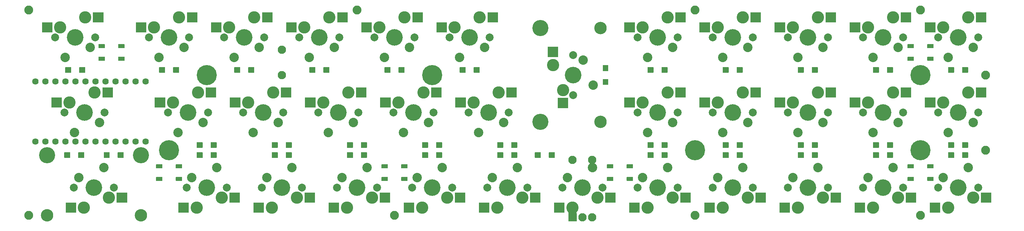
<source format=gbs>
G04 #@! TF.GenerationSoftware,KiCad,Pcbnew,(5.1.9-0-10_14)*
G04 #@! TF.CreationDate,2021-08-28T22:47:01+09:00*
G04 #@! TF.ProjectId,kbd-template,6b62642d-7465-46d7-906c-6174652e6b69,rev?*
G04 #@! TF.SameCoordinates,Original*
G04 #@! TF.FileFunction,Soldermask,Bot*
G04 #@! TF.FilePolarity,Negative*
%FSLAX46Y46*%
G04 Gerber Fmt 4.6, Leading zero omitted, Abs format (unit mm)*
G04 Created by KiCad (PCBNEW (5.1.9-0-10_14)) date 2021-08-28 22:47:01*
%MOMM*%
%LPD*%
G01*
G04 APERTURE LIST*
%ADD10C,2.252000*%
%ADD11C,5.102000*%
%ADD12C,3.150000*%
%ADD13C,4.089800*%
%ADD14C,2.388000*%
%ADD15C,3.102000*%
%ADD16C,2.002000*%
%ADD17C,4.202000*%
%ADD18C,2.102000*%
%ADD19C,1.626000*%
%ADD20C,0.100000*%
G04 APERTURE END LIST*
D10*
X161925000Y-45085000D03*
X161925000Y6985000D03*
X85725000Y-45085000D03*
X76200000Y6985000D03*
X219075000Y-45085000D03*
X235585000Y-28575000D03*
X235585000Y-9525000D03*
X219075000Y6985000D03*
X-6985000Y6985000D03*
X-6985000Y-45085000D03*
D11*
X219075000Y-28575000D03*
X219075000Y-9525000D03*
X161925000Y-28575000D03*
X95250000Y-9525000D03*
X38100000Y-9525000D03*
X28575000Y-28580000D03*
D12*
X137953000Y2375000D03*
X137953000Y-21425000D03*
D13*
X122713000Y2375000D03*
X122713000Y-21425000D03*
D12*
X21425000Y-45085000D03*
X-2375000Y-45085000D03*
D13*
X21425000Y-29845000D03*
X-2375000Y-29845000D03*
D14*
X12065000Y-33020000D03*
X5715000Y-35560000D03*
D15*
X6985000Y-43180000D03*
X13335000Y-40640000D03*
G36*
G01*
X2357000Y-44430000D02*
X2357000Y-41930000D01*
G75*
G02*
X2408000Y-41879000I51000J0D01*
G01*
X4958000Y-41879000D01*
G75*
G02*
X5009000Y-41930000I0J-51000D01*
G01*
X5009000Y-44430000D01*
G75*
G02*
X4958000Y-44481000I-51000J0D01*
G01*
X2408000Y-44481000D01*
G75*
G02*
X2357000Y-44430000I0J51000D01*
G01*
G37*
D16*
X14605000Y-38100000D03*
X4445000Y-38100000D03*
D17*
X9525000Y-38100000D03*
G36*
G01*
X15284000Y-41890000D02*
X15284000Y-39390000D01*
G75*
G02*
X15335000Y-39339000I51000J0D01*
G01*
X17885000Y-39339000D01*
G75*
G02*
X17936000Y-39390000I0J-51000D01*
G01*
X17936000Y-41890000D01*
G75*
G02*
X17885000Y-41941000I-51000J0D01*
G01*
X15335000Y-41941000D01*
G75*
G02*
X15284000Y-41890000I0J51000D01*
G01*
G37*
D14*
X4604000Y-24130000D03*
X10954000Y-21590000D03*
D15*
X9684000Y-13970000D03*
X3334000Y-16510000D03*
G36*
G01*
X14312000Y-12720000D02*
X14312000Y-15220000D01*
G75*
G02*
X14261000Y-15271000I-51000J0D01*
G01*
X11711000Y-15271000D01*
G75*
G02*
X11660000Y-15220000I0J51000D01*
G01*
X11660000Y-12720000D01*
G75*
G02*
X11711000Y-12669000I51000J0D01*
G01*
X14261000Y-12669000D01*
G75*
G02*
X14312000Y-12720000I0J-51000D01*
G01*
G37*
D16*
X2064000Y-19050000D03*
X12224000Y-19050000D03*
D17*
X7144000Y-19050000D03*
G36*
G01*
X1385000Y-15260000D02*
X1385000Y-17760000D01*
G75*
G02*
X1334000Y-17811000I-51000J0D01*
G01*
X-1216000Y-17811000D01*
G75*
G02*
X-1267000Y-17760000I0J51000D01*
G01*
X-1267000Y-15260000D01*
G75*
G02*
X-1216000Y-15209000I51000J0D01*
G01*
X1334000Y-15209000D01*
G75*
G02*
X1385000Y-15260000I0J-51000D01*
G01*
G37*
D14*
X2223000Y-5080000D03*
X8573000Y-2540000D03*
D15*
X7303000Y5080000D03*
X953000Y2540000D03*
G36*
G01*
X11931000Y6330000D02*
X11931000Y3830000D01*
G75*
G02*
X11880000Y3779000I-51000J0D01*
G01*
X9330000Y3779000D01*
G75*
G02*
X9279000Y3830000I0J51000D01*
G01*
X9279000Y6330000D01*
G75*
G02*
X9330000Y6381000I51000J0D01*
G01*
X11880000Y6381000D01*
G75*
G02*
X11931000Y6330000I0J-51000D01*
G01*
G37*
D16*
X-317000Y0D03*
X9843000Y0D03*
D17*
X4763000Y0D03*
G36*
G01*
X-996000Y3790000D02*
X-996000Y1290000D01*
G75*
G02*
X-1047000Y1239000I-51000J0D01*
G01*
X-3597000Y1239000D01*
G75*
G02*
X-3648000Y1290000I0J51000D01*
G01*
X-3648000Y3790000D01*
G75*
G02*
X-3597000Y3841000I51000J0D01*
G01*
X-1047000Y3841000D01*
G75*
G02*
X-996000Y3790000I0J-51000D01*
G01*
G37*
D14*
X26035000Y-5080000D03*
X32385000Y-2540000D03*
D15*
X31115000Y5080000D03*
X24765000Y2540000D03*
G36*
G01*
X35743000Y6330000D02*
X35743000Y3830000D01*
G75*
G02*
X35692000Y3779000I-51000J0D01*
G01*
X33142000Y3779000D01*
G75*
G02*
X33091000Y3830000I0J51000D01*
G01*
X33091000Y6330000D01*
G75*
G02*
X33142000Y6381000I51000J0D01*
G01*
X35692000Y6381000D01*
G75*
G02*
X35743000Y6330000I0J-51000D01*
G01*
G37*
D16*
X23495000Y0D03*
X33655000Y0D03*
D17*
X28575000Y0D03*
G36*
G01*
X22816000Y3790000D02*
X22816000Y1290000D01*
G75*
G02*
X22765000Y1239000I-51000J0D01*
G01*
X20215000Y1239000D01*
G75*
G02*
X20164000Y1290000I0J51000D01*
G01*
X20164000Y3790000D01*
G75*
G02*
X20215000Y3841000I51000J0D01*
G01*
X22765000Y3841000D01*
G75*
G02*
X22816000Y3790000I0J-51000D01*
G01*
G37*
D14*
X45085000Y-5080000D03*
X51435000Y-2540000D03*
D15*
X50165000Y5080000D03*
X43815000Y2540000D03*
G36*
G01*
X54793000Y6330000D02*
X54793000Y3830000D01*
G75*
G02*
X54742000Y3779000I-51000J0D01*
G01*
X52192000Y3779000D01*
G75*
G02*
X52141000Y3830000I0J51000D01*
G01*
X52141000Y6330000D01*
G75*
G02*
X52192000Y6381000I51000J0D01*
G01*
X54742000Y6381000D01*
G75*
G02*
X54793000Y6330000I0J-51000D01*
G01*
G37*
D16*
X42545000Y0D03*
X52705000Y0D03*
D17*
X47625000Y0D03*
G36*
G01*
X41866000Y3790000D02*
X41866000Y1290000D01*
G75*
G02*
X41815000Y1239000I-51000J0D01*
G01*
X39265000Y1239000D01*
G75*
G02*
X39214000Y1290000I0J51000D01*
G01*
X39214000Y3790000D01*
G75*
G02*
X39265000Y3841000I51000J0D01*
G01*
X41815000Y3841000D01*
G75*
G02*
X41866000Y3790000I0J-51000D01*
G01*
G37*
D14*
X64135000Y-5080000D03*
X70485000Y-2540000D03*
D15*
X69215000Y5080000D03*
X62865000Y2540000D03*
G36*
G01*
X73843000Y6330000D02*
X73843000Y3830000D01*
G75*
G02*
X73792000Y3779000I-51000J0D01*
G01*
X71242000Y3779000D01*
G75*
G02*
X71191000Y3830000I0J51000D01*
G01*
X71191000Y6330000D01*
G75*
G02*
X71242000Y6381000I51000J0D01*
G01*
X73792000Y6381000D01*
G75*
G02*
X73843000Y6330000I0J-51000D01*
G01*
G37*
D16*
X61595000Y0D03*
X71755000Y0D03*
D17*
X66675000Y0D03*
G36*
G01*
X60916000Y3790000D02*
X60916000Y1290000D01*
G75*
G02*
X60865000Y1239000I-51000J0D01*
G01*
X58315000Y1239000D01*
G75*
G02*
X58264000Y1290000I0J51000D01*
G01*
X58264000Y3790000D01*
G75*
G02*
X58315000Y3841000I51000J0D01*
G01*
X60865000Y3841000D01*
G75*
G02*
X60916000Y3790000I0J-51000D01*
G01*
G37*
D14*
X83185000Y-5080000D03*
X89535000Y-2540000D03*
D15*
X88265000Y5080000D03*
X81915000Y2540000D03*
G36*
G01*
X92893000Y6330000D02*
X92893000Y3830000D01*
G75*
G02*
X92842000Y3779000I-51000J0D01*
G01*
X90292000Y3779000D01*
G75*
G02*
X90241000Y3830000I0J51000D01*
G01*
X90241000Y6330000D01*
G75*
G02*
X90292000Y6381000I51000J0D01*
G01*
X92842000Y6381000D01*
G75*
G02*
X92893000Y6330000I0J-51000D01*
G01*
G37*
D16*
X80645000Y0D03*
X90805000Y0D03*
D17*
X85725000Y0D03*
G36*
G01*
X79966000Y3790000D02*
X79966000Y1290000D01*
G75*
G02*
X79915000Y1239000I-51000J0D01*
G01*
X77365000Y1239000D01*
G75*
G02*
X77314000Y1290000I0J51000D01*
G01*
X77314000Y3790000D01*
G75*
G02*
X77365000Y3841000I51000J0D01*
G01*
X79915000Y3841000D01*
G75*
G02*
X79966000Y3790000I0J-51000D01*
G01*
G37*
D14*
X102235000Y-5080000D03*
X108585000Y-2540000D03*
D15*
X107315000Y5080000D03*
X100965000Y2540000D03*
G36*
G01*
X111943000Y6330000D02*
X111943000Y3830000D01*
G75*
G02*
X111892000Y3779000I-51000J0D01*
G01*
X109342000Y3779000D01*
G75*
G02*
X109291000Y3830000I0J51000D01*
G01*
X109291000Y6330000D01*
G75*
G02*
X109342000Y6381000I51000J0D01*
G01*
X111892000Y6381000D01*
G75*
G02*
X111943000Y6330000I0J-51000D01*
G01*
G37*
D16*
X99695000Y0D03*
X109855000Y0D03*
D17*
X104775000Y0D03*
G36*
G01*
X99016000Y3790000D02*
X99016000Y1290000D01*
G75*
G02*
X98965000Y1239000I-51000J0D01*
G01*
X96415000Y1239000D01*
G75*
G02*
X96364000Y1290000I0J51000D01*
G01*
X96364000Y3790000D01*
G75*
G02*
X96415000Y3841000I51000J0D01*
G01*
X98965000Y3841000D01*
G75*
G02*
X99016000Y3790000I0J-51000D01*
G01*
G37*
D14*
X149860000Y-5080000D03*
X156210000Y-2540000D03*
D15*
X154940000Y5080000D03*
X148590000Y2540000D03*
G36*
G01*
X159568000Y6330000D02*
X159568000Y3830000D01*
G75*
G02*
X159517000Y3779000I-51000J0D01*
G01*
X156967000Y3779000D01*
G75*
G02*
X156916000Y3830000I0J51000D01*
G01*
X156916000Y6330000D01*
G75*
G02*
X156967000Y6381000I51000J0D01*
G01*
X159517000Y6381000D01*
G75*
G02*
X159568000Y6330000I0J-51000D01*
G01*
G37*
D16*
X147320000Y0D03*
X157480000Y0D03*
D17*
X152400000Y0D03*
G36*
G01*
X146641000Y3790000D02*
X146641000Y1290000D01*
G75*
G02*
X146590000Y1239000I-51000J0D01*
G01*
X144040000Y1239000D01*
G75*
G02*
X143989000Y1290000I0J51000D01*
G01*
X143989000Y3790000D01*
G75*
G02*
X144040000Y3841000I51000J0D01*
G01*
X146590000Y3841000D01*
G75*
G02*
X146641000Y3790000I0J-51000D01*
G01*
G37*
D14*
X168910000Y-5080000D03*
X175260000Y-2540000D03*
D15*
X173990000Y5080000D03*
X167640000Y2540000D03*
G36*
G01*
X178618000Y6330000D02*
X178618000Y3830000D01*
G75*
G02*
X178567000Y3779000I-51000J0D01*
G01*
X176017000Y3779000D01*
G75*
G02*
X175966000Y3830000I0J51000D01*
G01*
X175966000Y6330000D01*
G75*
G02*
X176017000Y6381000I51000J0D01*
G01*
X178567000Y6381000D01*
G75*
G02*
X178618000Y6330000I0J-51000D01*
G01*
G37*
D16*
X166370000Y0D03*
X176530000Y0D03*
D17*
X171450000Y0D03*
G36*
G01*
X165691000Y3790000D02*
X165691000Y1290000D01*
G75*
G02*
X165640000Y1239000I-51000J0D01*
G01*
X163090000Y1239000D01*
G75*
G02*
X163039000Y1290000I0J51000D01*
G01*
X163039000Y3790000D01*
G75*
G02*
X163090000Y3841000I51000J0D01*
G01*
X165640000Y3841000D01*
G75*
G02*
X165691000Y3790000I0J-51000D01*
G01*
G37*
D14*
X187960000Y-5080000D03*
X194310000Y-2540000D03*
D15*
X193040000Y5080000D03*
X186690000Y2540000D03*
G36*
G01*
X197668000Y6330000D02*
X197668000Y3830000D01*
G75*
G02*
X197617000Y3779000I-51000J0D01*
G01*
X195067000Y3779000D01*
G75*
G02*
X195016000Y3830000I0J51000D01*
G01*
X195016000Y6330000D01*
G75*
G02*
X195067000Y6381000I51000J0D01*
G01*
X197617000Y6381000D01*
G75*
G02*
X197668000Y6330000I0J-51000D01*
G01*
G37*
D16*
X185420000Y0D03*
X195580000Y0D03*
D17*
X190500000Y0D03*
G36*
G01*
X184741000Y3790000D02*
X184741000Y1290000D01*
G75*
G02*
X184690000Y1239000I-51000J0D01*
G01*
X182140000Y1239000D01*
G75*
G02*
X182089000Y1290000I0J51000D01*
G01*
X182089000Y3790000D01*
G75*
G02*
X182140000Y3841000I51000J0D01*
G01*
X184690000Y3841000D01*
G75*
G02*
X184741000Y3790000I0J-51000D01*
G01*
G37*
D14*
X207010000Y-5080000D03*
X213360000Y-2540000D03*
D15*
X212090000Y5080000D03*
X205740000Y2540000D03*
G36*
G01*
X216718000Y6330000D02*
X216718000Y3830000D01*
G75*
G02*
X216667000Y3779000I-51000J0D01*
G01*
X214117000Y3779000D01*
G75*
G02*
X214066000Y3830000I0J51000D01*
G01*
X214066000Y6330000D01*
G75*
G02*
X214117000Y6381000I51000J0D01*
G01*
X216667000Y6381000D01*
G75*
G02*
X216718000Y6330000I0J-51000D01*
G01*
G37*
D16*
X204470000Y0D03*
X214630000Y0D03*
D17*
X209550000Y0D03*
G36*
G01*
X203791000Y3790000D02*
X203791000Y1290000D01*
G75*
G02*
X203740000Y1239000I-51000J0D01*
G01*
X201190000Y1239000D01*
G75*
G02*
X201139000Y1290000I0J51000D01*
G01*
X201139000Y3790000D01*
G75*
G02*
X201190000Y3841000I51000J0D01*
G01*
X203740000Y3841000D01*
G75*
G02*
X203791000Y3790000I0J-51000D01*
G01*
G37*
D14*
X226060000Y-5080000D03*
X232410000Y-2540000D03*
D15*
X231140000Y5080000D03*
X224790000Y2540000D03*
G36*
G01*
X235768000Y6330000D02*
X235768000Y3830000D01*
G75*
G02*
X235717000Y3779000I-51000J0D01*
G01*
X233167000Y3779000D01*
G75*
G02*
X233116000Y3830000I0J51000D01*
G01*
X233116000Y6330000D01*
G75*
G02*
X233167000Y6381000I51000J0D01*
G01*
X235717000Y6381000D01*
G75*
G02*
X235768000Y6330000I0J-51000D01*
G01*
G37*
D16*
X223520000Y0D03*
X233680000Y0D03*
D17*
X228600000Y0D03*
G36*
G01*
X222841000Y3790000D02*
X222841000Y1290000D01*
G75*
G02*
X222790000Y1239000I-51000J0D01*
G01*
X220240000Y1239000D01*
G75*
G02*
X220189000Y1290000I0J51000D01*
G01*
X220189000Y3790000D01*
G75*
G02*
X220240000Y3841000I51000J0D01*
G01*
X222790000Y3841000D01*
G75*
G02*
X222841000Y3790000I0J-51000D01*
G01*
G37*
D14*
X30797500Y-24130000D03*
X37147500Y-21590000D03*
D15*
X35877500Y-13970000D03*
X29527500Y-16510000D03*
G36*
G01*
X40505500Y-12720000D02*
X40505500Y-15220000D01*
G75*
G02*
X40454500Y-15271000I-51000J0D01*
G01*
X37904500Y-15271000D01*
G75*
G02*
X37853500Y-15220000I0J51000D01*
G01*
X37853500Y-12720000D01*
G75*
G02*
X37904500Y-12669000I51000J0D01*
G01*
X40454500Y-12669000D01*
G75*
G02*
X40505500Y-12720000I0J-51000D01*
G01*
G37*
D16*
X28257500Y-19050000D03*
X38417500Y-19050000D03*
D17*
X33337500Y-19050000D03*
G36*
G01*
X27578500Y-15260000D02*
X27578500Y-17760000D01*
G75*
G02*
X27527500Y-17811000I-51000J0D01*
G01*
X24977500Y-17811000D01*
G75*
G02*
X24926500Y-17760000I0J51000D01*
G01*
X24926500Y-15260000D01*
G75*
G02*
X24977500Y-15209000I51000J0D01*
G01*
X27527500Y-15209000D01*
G75*
G02*
X27578500Y-15260000I0J-51000D01*
G01*
G37*
D14*
X49847500Y-24130000D03*
X56197500Y-21590000D03*
D15*
X54927500Y-13970000D03*
X48577500Y-16510000D03*
G36*
G01*
X59555500Y-12720000D02*
X59555500Y-15220000D01*
G75*
G02*
X59504500Y-15271000I-51000J0D01*
G01*
X56954500Y-15271000D01*
G75*
G02*
X56903500Y-15220000I0J51000D01*
G01*
X56903500Y-12720000D01*
G75*
G02*
X56954500Y-12669000I51000J0D01*
G01*
X59504500Y-12669000D01*
G75*
G02*
X59555500Y-12720000I0J-51000D01*
G01*
G37*
D16*
X47307500Y-19050000D03*
X57467500Y-19050000D03*
D17*
X52387500Y-19050000D03*
G36*
G01*
X46628500Y-15260000D02*
X46628500Y-17760000D01*
G75*
G02*
X46577500Y-17811000I-51000J0D01*
G01*
X44027500Y-17811000D01*
G75*
G02*
X43976500Y-17760000I0J51000D01*
G01*
X43976500Y-15260000D01*
G75*
G02*
X44027500Y-15209000I51000J0D01*
G01*
X46577500Y-15209000D01*
G75*
G02*
X46628500Y-15260000I0J-51000D01*
G01*
G37*
D14*
X68897500Y-24130000D03*
X75247500Y-21590000D03*
D15*
X73977500Y-13970000D03*
X67627500Y-16510000D03*
G36*
G01*
X78605500Y-12720000D02*
X78605500Y-15220000D01*
G75*
G02*
X78554500Y-15271000I-51000J0D01*
G01*
X76004500Y-15271000D01*
G75*
G02*
X75953500Y-15220000I0J51000D01*
G01*
X75953500Y-12720000D01*
G75*
G02*
X76004500Y-12669000I51000J0D01*
G01*
X78554500Y-12669000D01*
G75*
G02*
X78605500Y-12720000I0J-51000D01*
G01*
G37*
D16*
X66357500Y-19050000D03*
X76517500Y-19050000D03*
D17*
X71437500Y-19050000D03*
G36*
G01*
X65678500Y-15260000D02*
X65678500Y-17760000D01*
G75*
G02*
X65627500Y-17811000I-51000J0D01*
G01*
X63077500Y-17811000D01*
G75*
G02*
X63026500Y-17760000I0J51000D01*
G01*
X63026500Y-15260000D01*
G75*
G02*
X63077500Y-15209000I51000J0D01*
G01*
X65627500Y-15209000D01*
G75*
G02*
X65678500Y-15260000I0J-51000D01*
G01*
G37*
D14*
X87947500Y-24130000D03*
X94297500Y-21590000D03*
D15*
X93027500Y-13970000D03*
X86677500Y-16510000D03*
G36*
G01*
X97655500Y-12720000D02*
X97655500Y-15220000D01*
G75*
G02*
X97604500Y-15271000I-51000J0D01*
G01*
X95054500Y-15271000D01*
G75*
G02*
X95003500Y-15220000I0J51000D01*
G01*
X95003500Y-12720000D01*
G75*
G02*
X95054500Y-12669000I51000J0D01*
G01*
X97604500Y-12669000D01*
G75*
G02*
X97655500Y-12720000I0J-51000D01*
G01*
G37*
D16*
X85407500Y-19050000D03*
X95567500Y-19050000D03*
D17*
X90487500Y-19050000D03*
G36*
G01*
X84728500Y-15260000D02*
X84728500Y-17760000D01*
G75*
G02*
X84677500Y-17811000I-51000J0D01*
G01*
X82127500Y-17811000D01*
G75*
G02*
X82076500Y-17760000I0J51000D01*
G01*
X82076500Y-15260000D01*
G75*
G02*
X82127500Y-15209000I51000J0D01*
G01*
X84677500Y-15209000D01*
G75*
G02*
X84728500Y-15260000I0J-51000D01*
G01*
G37*
D14*
X106998000Y-24130000D03*
X113348000Y-21590000D03*
D15*
X112078000Y-13970000D03*
X105728000Y-16510000D03*
G36*
G01*
X116706000Y-12720000D02*
X116706000Y-15220000D01*
G75*
G02*
X116655000Y-15271000I-51000J0D01*
G01*
X114105000Y-15271000D01*
G75*
G02*
X114054000Y-15220000I0J51000D01*
G01*
X114054000Y-12720000D01*
G75*
G02*
X114105000Y-12669000I51000J0D01*
G01*
X116655000Y-12669000D01*
G75*
G02*
X116706000Y-12720000I0J-51000D01*
G01*
G37*
D16*
X104458000Y-19050000D03*
X114618000Y-19050000D03*
D17*
X109538000Y-19050000D03*
G36*
G01*
X103779000Y-15260000D02*
X103779000Y-17760000D01*
G75*
G02*
X103728000Y-17811000I-51000J0D01*
G01*
X101178000Y-17811000D01*
G75*
G02*
X101127000Y-17760000I0J51000D01*
G01*
X101127000Y-15260000D01*
G75*
G02*
X101178000Y-15209000I51000J0D01*
G01*
X103728000Y-15209000D01*
G75*
G02*
X103779000Y-15260000I0J-51000D01*
G01*
G37*
D14*
X149860000Y-24130000D03*
X156210000Y-21590000D03*
D15*
X154940000Y-13970000D03*
X148590000Y-16510000D03*
G36*
G01*
X159568000Y-12720000D02*
X159568000Y-15220000D01*
G75*
G02*
X159517000Y-15271000I-51000J0D01*
G01*
X156967000Y-15271000D01*
G75*
G02*
X156916000Y-15220000I0J51000D01*
G01*
X156916000Y-12720000D01*
G75*
G02*
X156967000Y-12669000I51000J0D01*
G01*
X159517000Y-12669000D01*
G75*
G02*
X159568000Y-12720000I0J-51000D01*
G01*
G37*
D16*
X147320000Y-19050000D03*
X157480000Y-19050000D03*
D17*
X152400000Y-19050000D03*
G36*
G01*
X146641000Y-15260000D02*
X146641000Y-17760000D01*
G75*
G02*
X146590000Y-17811000I-51000J0D01*
G01*
X144040000Y-17811000D01*
G75*
G02*
X143989000Y-17760000I0J51000D01*
G01*
X143989000Y-15260000D01*
G75*
G02*
X144040000Y-15209000I51000J0D01*
G01*
X146590000Y-15209000D01*
G75*
G02*
X146641000Y-15260000I0J-51000D01*
G01*
G37*
D14*
X168910000Y-24130000D03*
X175260000Y-21590000D03*
D15*
X173990000Y-13970000D03*
X167640000Y-16510000D03*
G36*
G01*
X178618000Y-12720000D02*
X178618000Y-15220000D01*
G75*
G02*
X178567000Y-15271000I-51000J0D01*
G01*
X176017000Y-15271000D01*
G75*
G02*
X175966000Y-15220000I0J51000D01*
G01*
X175966000Y-12720000D01*
G75*
G02*
X176017000Y-12669000I51000J0D01*
G01*
X178567000Y-12669000D01*
G75*
G02*
X178618000Y-12720000I0J-51000D01*
G01*
G37*
D16*
X166370000Y-19050000D03*
X176530000Y-19050000D03*
D17*
X171450000Y-19050000D03*
G36*
G01*
X165691000Y-15260000D02*
X165691000Y-17760000D01*
G75*
G02*
X165640000Y-17811000I-51000J0D01*
G01*
X163090000Y-17811000D01*
G75*
G02*
X163039000Y-17760000I0J51000D01*
G01*
X163039000Y-15260000D01*
G75*
G02*
X163090000Y-15209000I51000J0D01*
G01*
X165640000Y-15209000D01*
G75*
G02*
X165691000Y-15260000I0J-51000D01*
G01*
G37*
D14*
X187960000Y-24130000D03*
X194310000Y-21590000D03*
D15*
X193040000Y-13970000D03*
X186690000Y-16510000D03*
G36*
G01*
X197668000Y-12720000D02*
X197668000Y-15220000D01*
G75*
G02*
X197617000Y-15271000I-51000J0D01*
G01*
X195067000Y-15271000D01*
G75*
G02*
X195016000Y-15220000I0J51000D01*
G01*
X195016000Y-12720000D01*
G75*
G02*
X195067000Y-12669000I51000J0D01*
G01*
X197617000Y-12669000D01*
G75*
G02*
X197668000Y-12720000I0J-51000D01*
G01*
G37*
D16*
X185420000Y-19050000D03*
X195580000Y-19050000D03*
D17*
X190500000Y-19050000D03*
G36*
G01*
X184741000Y-15260000D02*
X184741000Y-17760000D01*
G75*
G02*
X184690000Y-17811000I-51000J0D01*
G01*
X182140000Y-17811000D01*
G75*
G02*
X182089000Y-17760000I0J51000D01*
G01*
X182089000Y-15260000D01*
G75*
G02*
X182140000Y-15209000I51000J0D01*
G01*
X184690000Y-15209000D01*
G75*
G02*
X184741000Y-15260000I0J-51000D01*
G01*
G37*
D14*
X207010000Y-24130000D03*
X213360000Y-21590000D03*
D15*
X212090000Y-13970000D03*
X205740000Y-16510000D03*
G36*
G01*
X216718000Y-12720000D02*
X216718000Y-15220000D01*
G75*
G02*
X216667000Y-15271000I-51000J0D01*
G01*
X214117000Y-15271000D01*
G75*
G02*
X214066000Y-15220000I0J51000D01*
G01*
X214066000Y-12720000D01*
G75*
G02*
X214117000Y-12669000I51000J0D01*
G01*
X216667000Y-12669000D01*
G75*
G02*
X216718000Y-12720000I0J-51000D01*
G01*
G37*
D16*
X204470000Y-19050000D03*
X214630000Y-19050000D03*
D17*
X209550000Y-19050000D03*
G36*
G01*
X203791000Y-15260000D02*
X203791000Y-17760000D01*
G75*
G02*
X203740000Y-17811000I-51000J0D01*
G01*
X201190000Y-17811000D01*
G75*
G02*
X201139000Y-17760000I0J51000D01*
G01*
X201139000Y-15260000D01*
G75*
G02*
X201190000Y-15209000I51000J0D01*
G01*
X203740000Y-15209000D01*
G75*
G02*
X203791000Y-15260000I0J-51000D01*
G01*
G37*
D14*
X226060000Y-24130000D03*
X232410000Y-21590000D03*
D15*
X231140000Y-13970000D03*
X224790000Y-16510000D03*
G36*
G01*
X235768000Y-12720000D02*
X235768000Y-15220000D01*
G75*
G02*
X235717000Y-15271000I-51000J0D01*
G01*
X233167000Y-15271000D01*
G75*
G02*
X233116000Y-15220000I0J51000D01*
G01*
X233116000Y-12720000D01*
G75*
G02*
X233167000Y-12669000I51000J0D01*
G01*
X235717000Y-12669000D01*
G75*
G02*
X235768000Y-12720000I0J-51000D01*
G01*
G37*
D16*
X223520000Y-19050000D03*
X233680000Y-19050000D03*
D17*
X228600000Y-19050000D03*
G36*
G01*
X222841000Y-15260000D02*
X222841000Y-17760000D01*
G75*
G02*
X222790000Y-17811000I-51000J0D01*
G01*
X220240000Y-17811000D01*
G75*
G02*
X220189000Y-17760000I0J51000D01*
G01*
X220189000Y-15260000D01*
G75*
G02*
X220240000Y-15209000I51000J0D01*
G01*
X222790000Y-15209000D01*
G75*
G02*
X222841000Y-15260000I0J-51000D01*
G01*
G37*
D14*
X40640000Y-33020000D03*
X34290000Y-35560000D03*
D15*
X35560000Y-43180000D03*
X41910000Y-40640000D03*
G36*
G01*
X30932000Y-44430000D02*
X30932000Y-41930000D01*
G75*
G02*
X30983000Y-41879000I51000J0D01*
G01*
X33533000Y-41879000D01*
G75*
G02*
X33584000Y-41930000I0J-51000D01*
G01*
X33584000Y-44430000D01*
G75*
G02*
X33533000Y-44481000I-51000J0D01*
G01*
X30983000Y-44481000D01*
G75*
G02*
X30932000Y-44430000I0J51000D01*
G01*
G37*
D16*
X43180000Y-38100000D03*
X33020000Y-38100000D03*
D17*
X38100000Y-38100000D03*
G36*
G01*
X43859000Y-41890000D02*
X43859000Y-39390000D01*
G75*
G02*
X43910000Y-39339000I51000J0D01*
G01*
X46460000Y-39339000D01*
G75*
G02*
X46511000Y-39390000I0J-51000D01*
G01*
X46511000Y-41890000D01*
G75*
G02*
X46460000Y-41941000I-51000J0D01*
G01*
X43910000Y-41941000D01*
G75*
G02*
X43859000Y-41890000I0J51000D01*
G01*
G37*
D14*
X59690000Y-33020000D03*
X53340000Y-35560000D03*
D15*
X54610000Y-43180000D03*
X60960000Y-40640000D03*
G36*
G01*
X49982000Y-44430000D02*
X49982000Y-41930000D01*
G75*
G02*
X50033000Y-41879000I51000J0D01*
G01*
X52583000Y-41879000D01*
G75*
G02*
X52634000Y-41930000I0J-51000D01*
G01*
X52634000Y-44430000D01*
G75*
G02*
X52583000Y-44481000I-51000J0D01*
G01*
X50033000Y-44481000D01*
G75*
G02*
X49982000Y-44430000I0J51000D01*
G01*
G37*
D16*
X62230000Y-38100000D03*
X52070000Y-38100000D03*
D17*
X57150000Y-38100000D03*
G36*
G01*
X62909000Y-41890000D02*
X62909000Y-39390000D01*
G75*
G02*
X62960000Y-39339000I51000J0D01*
G01*
X65510000Y-39339000D01*
G75*
G02*
X65561000Y-39390000I0J-51000D01*
G01*
X65561000Y-41890000D01*
G75*
G02*
X65510000Y-41941000I-51000J0D01*
G01*
X62960000Y-41941000D01*
G75*
G02*
X62909000Y-41890000I0J51000D01*
G01*
G37*
D14*
X78740000Y-33020000D03*
X72390000Y-35560000D03*
D15*
X73660000Y-43180000D03*
X80010000Y-40640000D03*
G36*
G01*
X69032000Y-44430000D02*
X69032000Y-41930000D01*
G75*
G02*
X69083000Y-41879000I51000J0D01*
G01*
X71633000Y-41879000D01*
G75*
G02*
X71684000Y-41930000I0J-51000D01*
G01*
X71684000Y-44430000D01*
G75*
G02*
X71633000Y-44481000I-51000J0D01*
G01*
X69083000Y-44481000D01*
G75*
G02*
X69032000Y-44430000I0J51000D01*
G01*
G37*
D16*
X81280000Y-38100000D03*
X71120000Y-38100000D03*
D17*
X76200000Y-38100000D03*
G36*
G01*
X81959000Y-41890000D02*
X81959000Y-39390000D01*
G75*
G02*
X82010000Y-39339000I51000J0D01*
G01*
X84560000Y-39339000D01*
G75*
G02*
X84611000Y-39390000I0J-51000D01*
G01*
X84611000Y-41890000D01*
G75*
G02*
X84560000Y-41941000I-51000J0D01*
G01*
X82010000Y-41941000D01*
G75*
G02*
X81959000Y-41890000I0J51000D01*
G01*
G37*
D14*
X97790000Y-33020000D03*
X91440000Y-35560000D03*
D15*
X92710000Y-43180000D03*
X99060000Y-40640000D03*
G36*
G01*
X88082000Y-44430000D02*
X88082000Y-41930000D01*
G75*
G02*
X88133000Y-41879000I51000J0D01*
G01*
X90683000Y-41879000D01*
G75*
G02*
X90734000Y-41930000I0J-51000D01*
G01*
X90734000Y-44430000D01*
G75*
G02*
X90683000Y-44481000I-51000J0D01*
G01*
X88133000Y-44481000D01*
G75*
G02*
X88082000Y-44430000I0J51000D01*
G01*
G37*
D16*
X100330000Y-38100000D03*
X90170000Y-38100000D03*
D17*
X95250000Y-38100000D03*
G36*
G01*
X101009000Y-41890000D02*
X101009000Y-39390000D01*
G75*
G02*
X101060000Y-39339000I51000J0D01*
G01*
X103610000Y-39339000D01*
G75*
G02*
X103661000Y-39390000I0J-51000D01*
G01*
X103661000Y-41890000D01*
G75*
G02*
X103610000Y-41941000I-51000J0D01*
G01*
X101060000Y-41941000D01*
G75*
G02*
X101009000Y-41890000I0J51000D01*
G01*
G37*
D14*
X116840000Y-33020000D03*
X110490000Y-35560000D03*
D15*
X111760000Y-43180000D03*
X118110000Y-40640000D03*
G36*
G01*
X107132000Y-44430000D02*
X107132000Y-41930000D01*
G75*
G02*
X107183000Y-41879000I51000J0D01*
G01*
X109733000Y-41879000D01*
G75*
G02*
X109784000Y-41930000I0J-51000D01*
G01*
X109784000Y-44430000D01*
G75*
G02*
X109733000Y-44481000I-51000J0D01*
G01*
X107183000Y-44481000D01*
G75*
G02*
X107132000Y-44430000I0J51000D01*
G01*
G37*
D16*
X119380000Y-38100000D03*
X109220000Y-38100000D03*
D17*
X114300000Y-38100000D03*
G36*
G01*
X120059000Y-41890000D02*
X120059000Y-39390000D01*
G75*
G02*
X120110000Y-39339000I51000J0D01*
G01*
X122660000Y-39339000D01*
G75*
G02*
X122711000Y-39390000I0J-51000D01*
G01*
X122711000Y-41890000D01*
G75*
G02*
X122660000Y-41941000I-51000J0D01*
G01*
X120110000Y-41941000D01*
G75*
G02*
X120059000Y-41890000I0J51000D01*
G01*
G37*
D14*
X154940000Y-33020000D03*
X148590000Y-35560000D03*
D15*
X149860000Y-43180000D03*
X156210000Y-40640000D03*
G36*
G01*
X145232000Y-44430000D02*
X145232000Y-41930000D01*
G75*
G02*
X145283000Y-41879000I51000J0D01*
G01*
X147833000Y-41879000D01*
G75*
G02*
X147884000Y-41930000I0J-51000D01*
G01*
X147884000Y-44430000D01*
G75*
G02*
X147833000Y-44481000I-51000J0D01*
G01*
X145283000Y-44481000D01*
G75*
G02*
X145232000Y-44430000I0J51000D01*
G01*
G37*
D16*
X157480000Y-38100000D03*
X147320000Y-38100000D03*
D17*
X152400000Y-38100000D03*
G36*
G01*
X158159000Y-41890000D02*
X158159000Y-39390000D01*
G75*
G02*
X158210000Y-39339000I51000J0D01*
G01*
X160760000Y-39339000D01*
G75*
G02*
X160811000Y-39390000I0J-51000D01*
G01*
X160811000Y-41890000D01*
G75*
G02*
X160760000Y-41941000I-51000J0D01*
G01*
X158210000Y-41941000D01*
G75*
G02*
X158159000Y-41890000I0J51000D01*
G01*
G37*
D14*
X173990000Y-33020000D03*
X167640000Y-35560000D03*
D15*
X168910000Y-43180000D03*
X175260000Y-40640000D03*
G36*
G01*
X164282000Y-44430000D02*
X164282000Y-41930000D01*
G75*
G02*
X164333000Y-41879000I51000J0D01*
G01*
X166883000Y-41879000D01*
G75*
G02*
X166934000Y-41930000I0J-51000D01*
G01*
X166934000Y-44430000D01*
G75*
G02*
X166883000Y-44481000I-51000J0D01*
G01*
X164333000Y-44481000D01*
G75*
G02*
X164282000Y-44430000I0J51000D01*
G01*
G37*
D16*
X176530000Y-38100000D03*
X166370000Y-38100000D03*
D17*
X171450000Y-38100000D03*
G36*
G01*
X177209000Y-41890000D02*
X177209000Y-39390000D01*
G75*
G02*
X177260000Y-39339000I51000J0D01*
G01*
X179810000Y-39339000D01*
G75*
G02*
X179861000Y-39390000I0J-51000D01*
G01*
X179861000Y-41890000D01*
G75*
G02*
X179810000Y-41941000I-51000J0D01*
G01*
X177260000Y-41941000D01*
G75*
G02*
X177209000Y-41890000I0J51000D01*
G01*
G37*
D14*
X193040000Y-33020000D03*
X186690000Y-35560000D03*
D15*
X187960000Y-43180000D03*
X194310000Y-40640000D03*
G36*
G01*
X183332000Y-44430000D02*
X183332000Y-41930000D01*
G75*
G02*
X183383000Y-41879000I51000J0D01*
G01*
X185933000Y-41879000D01*
G75*
G02*
X185984000Y-41930000I0J-51000D01*
G01*
X185984000Y-44430000D01*
G75*
G02*
X185933000Y-44481000I-51000J0D01*
G01*
X183383000Y-44481000D01*
G75*
G02*
X183332000Y-44430000I0J51000D01*
G01*
G37*
D16*
X195580000Y-38100000D03*
X185420000Y-38100000D03*
D17*
X190500000Y-38100000D03*
G36*
G01*
X196259000Y-41890000D02*
X196259000Y-39390000D01*
G75*
G02*
X196310000Y-39339000I51000J0D01*
G01*
X198860000Y-39339000D01*
G75*
G02*
X198911000Y-39390000I0J-51000D01*
G01*
X198911000Y-41890000D01*
G75*
G02*
X198860000Y-41941000I-51000J0D01*
G01*
X196310000Y-41941000D01*
G75*
G02*
X196259000Y-41890000I0J51000D01*
G01*
G37*
D14*
X212090000Y-33020000D03*
X205740000Y-35560000D03*
D15*
X207010000Y-43180000D03*
X213360000Y-40640000D03*
G36*
G01*
X202382000Y-44430000D02*
X202382000Y-41930000D01*
G75*
G02*
X202433000Y-41879000I51000J0D01*
G01*
X204983000Y-41879000D01*
G75*
G02*
X205034000Y-41930000I0J-51000D01*
G01*
X205034000Y-44430000D01*
G75*
G02*
X204983000Y-44481000I-51000J0D01*
G01*
X202433000Y-44481000D01*
G75*
G02*
X202382000Y-44430000I0J51000D01*
G01*
G37*
D16*
X214630000Y-38100000D03*
X204470000Y-38100000D03*
D17*
X209550000Y-38100000D03*
G36*
G01*
X215309000Y-41890000D02*
X215309000Y-39390000D01*
G75*
G02*
X215360000Y-39339000I51000J0D01*
G01*
X217910000Y-39339000D01*
G75*
G02*
X217961000Y-39390000I0J-51000D01*
G01*
X217961000Y-41890000D01*
G75*
G02*
X217910000Y-41941000I-51000J0D01*
G01*
X215360000Y-41941000D01*
G75*
G02*
X215309000Y-41890000I0J51000D01*
G01*
G37*
D14*
X231140000Y-33020000D03*
X224790000Y-35560000D03*
D15*
X226060000Y-43180000D03*
X232410000Y-40640000D03*
G36*
G01*
X221432000Y-44430000D02*
X221432000Y-41930000D01*
G75*
G02*
X221483000Y-41879000I51000J0D01*
G01*
X224033000Y-41879000D01*
G75*
G02*
X224084000Y-41930000I0J-51000D01*
G01*
X224084000Y-44430000D01*
G75*
G02*
X224033000Y-44481000I-51000J0D01*
G01*
X221483000Y-44481000D01*
G75*
G02*
X221432000Y-44430000I0J51000D01*
G01*
G37*
D16*
X233680000Y-38100000D03*
X223520000Y-38100000D03*
D17*
X228600000Y-38100000D03*
G36*
G01*
X234359000Y-41890000D02*
X234359000Y-39390000D01*
G75*
G02*
X234410000Y-39339000I51000J0D01*
G01*
X236960000Y-39339000D01*
G75*
G02*
X237011000Y-39390000I0J-51000D01*
G01*
X237011000Y-41890000D01*
G75*
G02*
X236960000Y-41941000I-51000J0D01*
G01*
X234410000Y-41941000D01*
G75*
G02*
X234359000Y-41890000I0J51000D01*
G01*
G37*
G36*
G01*
X31101000Y-7600000D02*
X31101000Y-8900000D01*
G75*
G02*
X31050000Y-8951000I-51000J0D01*
G01*
X29650000Y-8951000D01*
G75*
G02*
X29599000Y-8900000I0J51000D01*
G01*
X29599000Y-7600000D01*
G75*
G02*
X29650000Y-7549000I51000J0D01*
G01*
X31050000Y-7549000D01*
G75*
G02*
X31101000Y-7600000I0J-51000D01*
G01*
G37*
G36*
G01*
X27551000Y-7600000D02*
X27551000Y-8900000D01*
G75*
G02*
X27500000Y-8951000I-51000J0D01*
G01*
X26100000Y-8951000D01*
G75*
G02*
X26049000Y-8900000I0J51000D01*
G01*
X26049000Y-7600000D01*
G75*
G02*
X26100000Y-7549000I51000J0D01*
G01*
X27500000Y-7549000D01*
G75*
G02*
X27551000Y-7600000I0J-51000D01*
G01*
G37*
G36*
G01*
X50151000Y-7600000D02*
X50151000Y-8900000D01*
G75*
G02*
X50100000Y-8951000I-51000J0D01*
G01*
X48700000Y-8951000D01*
G75*
G02*
X48649000Y-8900000I0J51000D01*
G01*
X48649000Y-7600000D01*
G75*
G02*
X48700000Y-7549000I51000J0D01*
G01*
X50100000Y-7549000D01*
G75*
G02*
X50151000Y-7600000I0J-51000D01*
G01*
G37*
G36*
G01*
X46601000Y-7600000D02*
X46601000Y-8900000D01*
G75*
G02*
X46550000Y-8951000I-51000J0D01*
G01*
X45150000Y-8951000D01*
G75*
G02*
X45099000Y-8900000I0J51000D01*
G01*
X45099000Y-7600000D01*
G75*
G02*
X45150000Y-7549000I51000J0D01*
G01*
X46550000Y-7549000D01*
G75*
G02*
X46601000Y-7600000I0J-51000D01*
G01*
G37*
G36*
G01*
X69201000Y-7600000D02*
X69201000Y-8900000D01*
G75*
G02*
X69150000Y-8951000I-51000J0D01*
G01*
X67750000Y-8951000D01*
G75*
G02*
X67699000Y-8900000I0J51000D01*
G01*
X67699000Y-7600000D01*
G75*
G02*
X67750000Y-7549000I51000J0D01*
G01*
X69150000Y-7549000D01*
G75*
G02*
X69201000Y-7600000I0J-51000D01*
G01*
G37*
G36*
G01*
X65651000Y-7600000D02*
X65651000Y-8900000D01*
G75*
G02*
X65600000Y-8951000I-51000J0D01*
G01*
X64200000Y-8951000D01*
G75*
G02*
X64149000Y-8900000I0J51000D01*
G01*
X64149000Y-7600000D01*
G75*
G02*
X64200000Y-7549000I51000J0D01*
G01*
X65600000Y-7549000D01*
G75*
G02*
X65651000Y-7600000I0J-51000D01*
G01*
G37*
G36*
G01*
X88251000Y-7600000D02*
X88251000Y-8900000D01*
G75*
G02*
X88200000Y-8951000I-51000J0D01*
G01*
X86800000Y-8951000D01*
G75*
G02*
X86749000Y-8900000I0J51000D01*
G01*
X86749000Y-7600000D01*
G75*
G02*
X86800000Y-7549000I51000J0D01*
G01*
X88200000Y-7549000D01*
G75*
G02*
X88251000Y-7600000I0J-51000D01*
G01*
G37*
G36*
G01*
X84701000Y-7600000D02*
X84701000Y-8900000D01*
G75*
G02*
X84650000Y-8951000I-51000J0D01*
G01*
X83250000Y-8951000D01*
G75*
G02*
X83199000Y-8900000I0J51000D01*
G01*
X83199000Y-7600000D01*
G75*
G02*
X83250000Y-7549000I51000J0D01*
G01*
X84650000Y-7549000D01*
G75*
G02*
X84701000Y-7600000I0J-51000D01*
G01*
G37*
G36*
G01*
X107301000Y-7600000D02*
X107301000Y-8900000D01*
G75*
G02*
X107250000Y-8951000I-51000J0D01*
G01*
X105850000Y-8951000D01*
G75*
G02*
X105799000Y-8900000I0J51000D01*
G01*
X105799000Y-7600000D01*
G75*
G02*
X105850000Y-7549000I51000J0D01*
G01*
X107250000Y-7549000D01*
G75*
G02*
X107301000Y-7600000I0J-51000D01*
G01*
G37*
G36*
G01*
X103751000Y-7600000D02*
X103751000Y-8900000D01*
G75*
G02*
X103700000Y-8951000I-51000J0D01*
G01*
X102300000Y-8951000D01*
G75*
G02*
X102249000Y-8900000I0J51000D01*
G01*
X102249000Y-7600000D01*
G75*
G02*
X102300000Y-7549000I51000J0D01*
G01*
X103700000Y-7549000D01*
G75*
G02*
X103751000Y-7600000I0J-51000D01*
G01*
G37*
G36*
G01*
X154926000Y-7600000D02*
X154926000Y-8900000D01*
G75*
G02*
X154875000Y-8951000I-51000J0D01*
G01*
X153475000Y-8951000D01*
G75*
G02*
X153424000Y-8900000I0J51000D01*
G01*
X153424000Y-7600000D01*
G75*
G02*
X153475000Y-7549000I51000J0D01*
G01*
X154875000Y-7549000D01*
G75*
G02*
X154926000Y-7600000I0J-51000D01*
G01*
G37*
G36*
G01*
X151376000Y-7600000D02*
X151376000Y-8900000D01*
G75*
G02*
X151325000Y-8951000I-51000J0D01*
G01*
X149925000Y-8951000D01*
G75*
G02*
X149874000Y-8900000I0J51000D01*
G01*
X149874000Y-7600000D01*
G75*
G02*
X149925000Y-7549000I51000J0D01*
G01*
X151325000Y-7549000D01*
G75*
G02*
X151376000Y-7600000I0J-51000D01*
G01*
G37*
G36*
G01*
X173976000Y-7600000D02*
X173976000Y-8900000D01*
G75*
G02*
X173925000Y-8951000I-51000J0D01*
G01*
X172525000Y-8951000D01*
G75*
G02*
X172474000Y-8900000I0J51000D01*
G01*
X172474000Y-7600000D01*
G75*
G02*
X172525000Y-7549000I51000J0D01*
G01*
X173925000Y-7549000D01*
G75*
G02*
X173976000Y-7600000I0J-51000D01*
G01*
G37*
G36*
G01*
X170426000Y-7600000D02*
X170426000Y-8900000D01*
G75*
G02*
X170375000Y-8951000I-51000J0D01*
G01*
X168975000Y-8951000D01*
G75*
G02*
X168924000Y-8900000I0J51000D01*
G01*
X168924000Y-7600000D01*
G75*
G02*
X168975000Y-7549000I51000J0D01*
G01*
X170375000Y-7549000D01*
G75*
G02*
X170426000Y-7600000I0J-51000D01*
G01*
G37*
G36*
G01*
X193026000Y-7600000D02*
X193026000Y-8900000D01*
G75*
G02*
X192975000Y-8951000I-51000J0D01*
G01*
X191575000Y-8951000D01*
G75*
G02*
X191524000Y-8900000I0J51000D01*
G01*
X191524000Y-7600000D01*
G75*
G02*
X191575000Y-7549000I51000J0D01*
G01*
X192975000Y-7549000D01*
G75*
G02*
X193026000Y-7600000I0J-51000D01*
G01*
G37*
G36*
G01*
X189476000Y-7600000D02*
X189476000Y-8900000D01*
G75*
G02*
X189425000Y-8951000I-51000J0D01*
G01*
X188025000Y-8951000D01*
G75*
G02*
X187974000Y-8900000I0J51000D01*
G01*
X187974000Y-7600000D01*
G75*
G02*
X188025000Y-7549000I51000J0D01*
G01*
X189425000Y-7549000D01*
G75*
G02*
X189476000Y-7600000I0J-51000D01*
G01*
G37*
G36*
G01*
X212076000Y-7600000D02*
X212076000Y-8900000D01*
G75*
G02*
X212025000Y-8951000I-51000J0D01*
G01*
X210625000Y-8951000D01*
G75*
G02*
X210574000Y-8900000I0J51000D01*
G01*
X210574000Y-7600000D01*
G75*
G02*
X210625000Y-7549000I51000J0D01*
G01*
X212025000Y-7549000D01*
G75*
G02*
X212076000Y-7600000I0J-51000D01*
G01*
G37*
G36*
G01*
X208526000Y-7600000D02*
X208526000Y-8900000D01*
G75*
G02*
X208475000Y-8951000I-51000J0D01*
G01*
X207075000Y-8951000D01*
G75*
G02*
X207024000Y-8900000I0J51000D01*
G01*
X207024000Y-7600000D01*
G75*
G02*
X207075000Y-7549000I51000J0D01*
G01*
X208475000Y-7549000D01*
G75*
G02*
X208526000Y-7600000I0J-51000D01*
G01*
G37*
G36*
G01*
X231126000Y-7600000D02*
X231126000Y-8900000D01*
G75*
G02*
X231075000Y-8951000I-51000J0D01*
G01*
X229675000Y-8951000D01*
G75*
G02*
X229624000Y-8900000I0J51000D01*
G01*
X229624000Y-7600000D01*
G75*
G02*
X229675000Y-7549000I51000J0D01*
G01*
X231075000Y-7549000D01*
G75*
G02*
X231126000Y-7600000I0J-51000D01*
G01*
G37*
G36*
G01*
X227576000Y-7600000D02*
X227576000Y-8900000D01*
G75*
G02*
X227525000Y-8951000I-51000J0D01*
G01*
X226125000Y-8951000D01*
G75*
G02*
X226074000Y-8900000I0J51000D01*
G01*
X226074000Y-7600000D01*
G75*
G02*
X226125000Y-7549000I51000J0D01*
G01*
X227525000Y-7549000D01*
G75*
G02*
X227576000Y-7600000I0J-51000D01*
G01*
G37*
G36*
G01*
X40623500Y-26650000D02*
X40623500Y-27950000D01*
G75*
G02*
X40572500Y-28001000I-51000J0D01*
G01*
X39172500Y-28001000D01*
G75*
G02*
X39121500Y-27950000I0J51000D01*
G01*
X39121500Y-26650000D01*
G75*
G02*
X39172500Y-26599000I51000J0D01*
G01*
X40572500Y-26599000D01*
G75*
G02*
X40623500Y-26650000I0J-51000D01*
G01*
G37*
G36*
G01*
X37073500Y-26650000D02*
X37073500Y-27950000D01*
G75*
G02*
X37022500Y-28001000I-51000J0D01*
G01*
X35622500Y-28001000D01*
G75*
G02*
X35571500Y-27950000I0J51000D01*
G01*
X35571500Y-26650000D01*
G75*
G02*
X35622500Y-26599000I51000J0D01*
G01*
X37022500Y-26599000D01*
G75*
G02*
X37073500Y-26650000I0J-51000D01*
G01*
G37*
G36*
G01*
X59673500Y-26650000D02*
X59673500Y-27950000D01*
G75*
G02*
X59622500Y-28001000I-51000J0D01*
G01*
X58222500Y-28001000D01*
G75*
G02*
X58171500Y-27950000I0J51000D01*
G01*
X58171500Y-26650000D01*
G75*
G02*
X58222500Y-26599000I51000J0D01*
G01*
X59622500Y-26599000D01*
G75*
G02*
X59673500Y-26650000I0J-51000D01*
G01*
G37*
G36*
G01*
X56123500Y-26650000D02*
X56123500Y-27950000D01*
G75*
G02*
X56072500Y-28001000I-51000J0D01*
G01*
X54672500Y-28001000D01*
G75*
G02*
X54621500Y-27950000I0J51000D01*
G01*
X54621500Y-26650000D01*
G75*
G02*
X54672500Y-26599000I51000J0D01*
G01*
X56072500Y-26599000D01*
G75*
G02*
X56123500Y-26650000I0J-51000D01*
G01*
G37*
G36*
G01*
X78723500Y-26650000D02*
X78723500Y-27950000D01*
G75*
G02*
X78672500Y-28001000I-51000J0D01*
G01*
X77272500Y-28001000D01*
G75*
G02*
X77221500Y-27950000I0J51000D01*
G01*
X77221500Y-26650000D01*
G75*
G02*
X77272500Y-26599000I51000J0D01*
G01*
X78672500Y-26599000D01*
G75*
G02*
X78723500Y-26650000I0J-51000D01*
G01*
G37*
G36*
G01*
X75173500Y-26650000D02*
X75173500Y-27950000D01*
G75*
G02*
X75122500Y-28001000I-51000J0D01*
G01*
X73722500Y-28001000D01*
G75*
G02*
X73671500Y-27950000I0J51000D01*
G01*
X73671500Y-26650000D01*
G75*
G02*
X73722500Y-26599000I51000J0D01*
G01*
X75122500Y-26599000D01*
G75*
G02*
X75173500Y-26650000I0J-51000D01*
G01*
G37*
G36*
G01*
X97773500Y-26650000D02*
X97773500Y-27950000D01*
G75*
G02*
X97722500Y-28001000I-51000J0D01*
G01*
X96322500Y-28001000D01*
G75*
G02*
X96271500Y-27950000I0J51000D01*
G01*
X96271500Y-26650000D01*
G75*
G02*
X96322500Y-26599000I51000J0D01*
G01*
X97722500Y-26599000D01*
G75*
G02*
X97773500Y-26650000I0J-51000D01*
G01*
G37*
G36*
G01*
X94223500Y-26650000D02*
X94223500Y-27950000D01*
G75*
G02*
X94172500Y-28001000I-51000J0D01*
G01*
X92772500Y-28001000D01*
G75*
G02*
X92721500Y-27950000I0J51000D01*
G01*
X92721500Y-26650000D01*
G75*
G02*
X92772500Y-26599000I51000J0D01*
G01*
X94172500Y-26599000D01*
G75*
G02*
X94223500Y-26650000I0J-51000D01*
G01*
G37*
G36*
G01*
X116824000Y-26650000D02*
X116824000Y-27950000D01*
G75*
G02*
X116773000Y-28001000I-51000J0D01*
G01*
X115373000Y-28001000D01*
G75*
G02*
X115322000Y-27950000I0J51000D01*
G01*
X115322000Y-26650000D01*
G75*
G02*
X115373000Y-26599000I51000J0D01*
G01*
X116773000Y-26599000D01*
G75*
G02*
X116824000Y-26650000I0J-51000D01*
G01*
G37*
G36*
G01*
X113274000Y-26650000D02*
X113274000Y-27950000D01*
G75*
G02*
X113223000Y-28001000I-51000J0D01*
G01*
X111823000Y-28001000D01*
G75*
G02*
X111772000Y-27950000I0J51000D01*
G01*
X111772000Y-26650000D01*
G75*
G02*
X111823000Y-26599000I51000J0D01*
G01*
X113223000Y-26599000D01*
G75*
G02*
X113274000Y-26650000I0J-51000D01*
G01*
G37*
G36*
G01*
X154926000Y-26650000D02*
X154926000Y-27950000D01*
G75*
G02*
X154875000Y-28001000I-51000J0D01*
G01*
X153475000Y-28001000D01*
G75*
G02*
X153424000Y-27950000I0J51000D01*
G01*
X153424000Y-26650000D01*
G75*
G02*
X153475000Y-26599000I51000J0D01*
G01*
X154875000Y-26599000D01*
G75*
G02*
X154926000Y-26650000I0J-51000D01*
G01*
G37*
G36*
G01*
X151376000Y-26650000D02*
X151376000Y-27950000D01*
G75*
G02*
X151325000Y-28001000I-51000J0D01*
G01*
X149925000Y-28001000D01*
G75*
G02*
X149874000Y-27950000I0J51000D01*
G01*
X149874000Y-26650000D01*
G75*
G02*
X149925000Y-26599000I51000J0D01*
G01*
X151325000Y-26599000D01*
G75*
G02*
X151376000Y-26650000I0J-51000D01*
G01*
G37*
G36*
G01*
X173976000Y-26650000D02*
X173976000Y-27950000D01*
G75*
G02*
X173925000Y-28001000I-51000J0D01*
G01*
X172525000Y-28001000D01*
G75*
G02*
X172474000Y-27950000I0J51000D01*
G01*
X172474000Y-26650000D01*
G75*
G02*
X172525000Y-26599000I51000J0D01*
G01*
X173925000Y-26599000D01*
G75*
G02*
X173976000Y-26650000I0J-51000D01*
G01*
G37*
G36*
G01*
X170426000Y-26650000D02*
X170426000Y-27950000D01*
G75*
G02*
X170375000Y-28001000I-51000J0D01*
G01*
X168975000Y-28001000D01*
G75*
G02*
X168924000Y-27950000I0J51000D01*
G01*
X168924000Y-26650000D01*
G75*
G02*
X168975000Y-26599000I51000J0D01*
G01*
X170375000Y-26599000D01*
G75*
G02*
X170426000Y-26650000I0J-51000D01*
G01*
G37*
G36*
G01*
X193026000Y-26650000D02*
X193026000Y-27950000D01*
G75*
G02*
X192975000Y-28001000I-51000J0D01*
G01*
X191575000Y-28001000D01*
G75*
G02*
X191524000Y-27950000I0J51000D01*
G01*
X191524000Y-26650000D01*
G75*
G02*
X191575000Y-26599000I51000J0D01*
G01*
X192975000Y-26599000D01*
G75*
G02*
X193026000Y-26650000I0J-51000D01*
G01*
G37*
G36*
G01*
X189476000Y-26650000D02*
X189476000Y-27950000D01*
G75*
G02*
X189425000Y-28001000I-51000J0D01*
G01*
X188025000Y-28001000D01*
G75*
G02*
X187974000Y-27950000I0J51000D01*
G01*
X187974000Y-26650000D01*
G75*
G02*
X188025000Y-26599000I51000J0D01*
G01*
X189425000Y-26599000D01*
G75*
G02*
X189476000Y-26650000I0J-51000D01*
G01*
G37*
G36*
G01*
X212076000Y-26650000D02*
X212076000Y-27950000D01*
G75*
G02*
X212025000Y-28001000I-51000J0D01*
G01*
X210625000Y-28001000D01*
G75*
G02*
X210574000Y-27950000I0J51000D01*
G01*
X210574000Y-26650000D01*
G75*
G02*
X210625000Y-26599000I51000J0D01*
G01*
X212025000Y-26599000D01*
G75*
G02*
X212076000Y-26650000I0J-51000D01*
G01*
G37*
G36*
G01*
X208526000Y-26650000D02*
X208526000Y-27950000D01*
G75*
G02*
X208475000Y-28001000I-51000J0D01*
G01*
X207075000Y-28001000D01*
G75*
G02*
X207024000Y-27950000I0J51000D01*
G01*
X207024000Y-26650000D01*
G75*
G02*
X207075000Y-26599000I51000J0D01*
G01*
X208475000Y-26599000D01*
G75*
G02*
X208526000Y-26650000I0J-51000D01*
G01*
G37*
G36*
G01*
X231126000Y-26650000D02*
X231126000Y-27950000D01*
G75*
G02*
X231075000Y-28001000I-51000J0D01*
G01*
X229675000Y-28001000D01*
G75*
G02*
X229624000Y-27950000I0J51000D01*
G01*
X229624000Y-26650000D01*
G75*
G02*
X229675000Y-26599000I51000J0D01*
G01*
X231075000Y-26599000D01*
G75*
G02*
X231126000Y-26650000I0J-51000D01*
G01*
G37*
G36*
G01*
X227576000Y-26650000D02*
X227576000Y-27950000D01*
G75*
G02*
X227525000Y-28001000I-51000J0D01*
G01*
X226125000Y-28001000D01*
G75*
G02*
X226074000Y-27950000I0J51000D01*
G01*
X226074000Y-26650000D01*
G75*
G02*
X226125000Y-26599000I51000J0D01*
G01*
X227525000Y-26599000D01*
G75*
G02*
X227576000Y-26650000I0J-51000D01*
G01*
G37*
G36*
G01*
X40626000Y-29200000D02*
X40626000Y-30500000D01*
G75*
G02*
X40575000Y-30551000I-51000J0D01*
G01*
X39175000Y-30551000D01*
G75*
G02*
X39124000Y-30500000I0J51000D01*
G01*
X39124000Y-29200000D01*
G75*
G02*
X39175000Y-29149000I51000J0D01*
G01*
X40575000Y-29149000D01*
G75*
G02*
X40626000Y-29200000I0J-51000D01*
G01*
G37*
G36*
G01*
X37076000Y-29200000D02*
X37076000Y-30500000D01*
G75*
G02*
X37025000Y-30551000I-51000J0D01*
G01*
X35625000Y-30551000D01*
G75*
G02*
X35574000Y-30500000I0J51000D01*
G01*
X35574000Y-29200000D01*
G75*
G02*
X35625000Y-29149000I51000J0D01*
G01*
X37025000Y-29149000D01*
G75*
G02*
X37076000Y-29200000I0J-51000D01*
G01*
G37*
G36*
G01*
X59676000Y-29200000D02*
X59676000Y-30500000D01*
G75*
G02*
X59625000Y-30551000I-51000J0D01*
G01*
X58225000Y-30551000D01*
G75*
G02*
X58174000Y-30500000I0J51000D01*
G01*
X58174000Y-29200000D01*
G75*
G02*
X58225000Y-29149000I51000J0D01*
G01*
X59625000Y-29149000D01*
G75*
G02*
X59676000Y-29200000I0J-51000D01*
G01*
G37*
G36*
G01*
X56126000Y-29200000D02*
X56126000Y-30500000D01*
G75*
G02*
X56075000Y-30551000I-51000J0D01*
G01*
X54675000Y-30551000D01*
G75*
G02*
X54624000Y-30500000I0J51000D01*
G01*
X54624000Y-29200000D01*
G75*
G02*
X54675000Y-29149000I51000J0D01*
G01*
X56075000Y-29149000D01*
G75*
G02*
X56126000Y-29200000I0J-51000D01*
G01*
G37*
G36*
G01*
X78726000Y-29200000D02*
X78726000Y-30500000D01*
G75*
G02*
X78675000Y-30551000I-51000J0D01*
G01*
X77275000Y-30551000D01*
G75*
G02*
X77224000Y-30500000I0J51000D01*
G01*
X77224000Y-29200000D01*
G75*
G02*
X77275000Y-29149000I51000J0D01*
G01*
X78675000Y-29149000D01*
G75*
G02*
X78726000Y-29200000I0J-51000D01*
G01*
G37*
G36*
G01*
X75176000Y-29200000D02*
X75176000Y-30500000D01*
G75*
G02*
X75125000Y-30551000I-51000J0D01*
G01*
X73725000Y-30551000D01*
G75*
G02*
X73674000Y-30500000I0J51000D01*
G01*
X73674000Y-29200000D01*
G75*
G02*
X73725000Y-29149000I51000J0D01*
G01*
X75125000Y-29149000D01*
G75*
G02*
X75176000Y-29200000I0J-51000D01*
G01*
G37*
G36*
G01*
X97776000Y-29200000D02*
X97776000Y-30500000D01*
G75*
G02*
X97725000Y-30551000I-51000J0D01*
G01*
X96325000Y-30551000D01*
G75*
G02*
X96274000Y-30500000I0J51000D01*
G01*
X96274000Y-29200000D01*
G75*
G02*
X96325000Y-29149000I51000J0D01*
G01*
X97725000Y-29149000D01*
G75*
G02*
X97776000Y-29200000I0J-51000D01*
G01*
G37*
G36*
G01*
X94226000Y-29200000D02*
X94226000Y-30500000D01*
G75*
G02*
X94175000Y-30551000I-51000J0D01*
G01*
X92775000Y-30551000D01*
G75*
G02*
X92724000Y-30500000I0J51000D01*
G01*
X92724000Y-29200000D01*
G75*
G02*
X92775000Y-29149000I51000J0D01*
G01*
X94175000Y-29149000D01*
G75*
G02*
X94226000Y-29200000I0J-51000D01*
G01*
G37*
G36*
G01*
X116826000Y-29200000D02*
X116826000Y-30500000D01*
G75*
G02*
X116775000Y-30551000I-51000J0D01*
G01*
X115375000Y-30551000D01*
G75*
G02*
X115324000Y-30500000I0J51000D01*
G01*
X115324000Y-29200000D01*
G75*
G02*
X115375000Y-29149000I51000J0D01*
G01*
X116775000Y-29149000D01*
G75*
G02*
X116826000Y-29200000I0J-51000D01*
G01*
G37*
G36*
G01*
X113276000Y-29200000D02*
X113276000Y-30500000D01*
G75*
G02*
X113225000Y-30551000I-51000J0D01*
G01*
X111825000Y-30551000D01*
G75*
G02*
X111774000Y-30500000I0J51000D01*
G01*
X111774000Y-29200000D01*
G75*
G02*
X111825000Y-29149000I51000J0D01*
G01*
X113225000Y-29149000D01*
G75*
G02*
X113276000Y-29200000I0J-51000D01*
G01*
G37*
G36*
G01*
X154926000Y-29200000D02*
X154926000Y-30500000D01*
G75*
G02*
X154875000Y-30551000I-51000J0D01*
G01*
X153475000Y-30551000D01*
G75*
G02*
X153424000Y-30500000I0J51000D01*
G01*
X153424000Y-29200000D01*
G75*
G02*
X153475000Y-29149000I51000J0D01*
G01*
X154875000Y-29149000D01*
G75*
G02*
X154926000Y-29200000I0J-51000D01*
G01*
G37*
G36*
G01*
X151376000Y-29200000D02*
X151376000Y-30500000D01*
G75*
G02*
X151325000Y-30551000I-51000J0D01*
G01*
X149925000Y-30551000D01*
G75*
G02*
X149874000Y-30500000I0J51000D01*
G01*
X149874000Y-29200000D01*
G75*
G02*
X149925000Y-29149000I51000J0D01*
G01*
X151325000Y-29149000D01*
G75*
G02*
X151376000Y-29200000I0J-51000D01*
G01*
G37*
G36*
G01*
X173976000Y-29200000D02*
X173976000Y-30500000D01*
G75*
G02*
X173925000Y-30551000I-51000J0D01*
G01*
X172525000Y-30551000D01*
G75*
G02*
X172474000Y-30500000I0J51000D01*
G01*
X172474000Y-29200000D01*
G75*
G02*
X172525000Y-29149000I51000J0D01*
G01*
X173925000Y-29149000D01*
G75*
G02*
X173976000Y-29200000I0J-51000D01*
G01*
G37*
G36*
G01*
X170426000Y-29200000D02*
X170426000Y-30500000D01*
G75*
G02*
X170375000Y-30551000I-51000J0D01*
G01*
X168975000Y-30551000D01*
G75*
G02*
X168924000Y-30500000I0J51000D01*
G01*
X168924000Y-29200000D01*
G75*
G02*
X168975000Y-29149000I51000J0D01*
G01*
X170375000Y-29149000D01*
G75*
G02*
X170426000Y-29200000I0J-51000D01*
G01*
G37*
G36*
G01*
X193026000Y-29200000D02*
X193026000Y-30500000D01*
G75*
G02*
X192975000Y-30551000I-51000J0D01*
G01*
X191575000Y-30551000D01*
G75*
G02*
X191524000Y-30500000I0J51000D01*
G01*
X191524000Y-29200000D01*
G75*
G02*
X191575000Y-29149000I51000J0D01*
G01*
X192975000Y-29149000D01*
G75*
G02*
X193026000Y-29200000I0J-51000D01*
G01*
G37*
G36*
G01*
X189476000Y-29200000D02*
X189476000Y-30500000D01*
G75*
G02*
X189425000Y-30551000I-51000J0D01*
G01*
X188025000Y-30551000D01*
G75*
G02*
X187974000Y-30500000I0J51000D01*
G01*
X187974000Y-29200000D01*
G75*
G02*
X188025000Y-29149000I51000J0D01*
G01*
X189425000Y-29149000D01*
G75*
G02*
X189476000Y-29200000I0J-51000D01*
G01*
G37*
G36*
G01*
X212076000Y-29200000D02*
X212076000Y-30500000D01*
G75*
G02*
X212025000Y-30551000I-51000J0D01*
G01*
X210625000Y-30551000D01*
G75*
G02*
X210574000Y-30500000I0J51000D01*
G01*
X210574000Y-29200000D01*
G75*
G02*
X210625000Y-29149000I51000J0D01*
G01*
X212025000Y-29149000D01*
G75*
G02*
X212076000Y-29200000I0J-51000D01*
G01*
G37*
G36*
G01*
X208526000Y-29200000D02*
X208526000Y-30500000D01*
G75*
G02*
X208475000Y-30551000I-51000J0D01*
G01*
X207075000Y-30551000D01*
G75*
G02*
X207024000Y-30500000I0J51000D01*
G01*
X207024000Y-29200000D01*
G75*
G02*
X207075000Y-29149000I51000J0D01*
G01*
X208475000Y-29149000D01*
G75*
G02*
X208526000Y-29200000I0J-51000D01*
G01*
G37*
G36*
G01*
X231126000Y-29200000D02*
X231126000Y-30500000D01*
G75*
G02*
X231075000Y-30551000I-51000J0D01*
G01*
X229675000Y-30551000D01*
G75*
G02*
X229624000Y-30500000I0J51000D01*
G01*
X229624000Y-29200000D01*
G75*
G02*
X229675000Y-29149000I51000J0D01*
G01*
X231075000Y-29149000D01*
G75*
G02*
X231126000Y-29200000I0J-51000D01*
G01*
G37*
G36*
G01*
X227576000Y-29200000D02*
X227576000Y-30500000D01*
G75*
G02*
X227525000Y-30551000I-51000J0D01*
G01*
X226125000Y-30551000D01*
G75*
G02*
X226074000Y-30500000I0J51000D01*
G01*
X226074000Y-29200000D01*
G75*
G02*
X226125000Y-29149000I51000J0D01*
G01*
X227525000Y-29149000D01*
G75*
G02*
X227576000Y-29200000I0J-51000D01*
G01*
G37*
G36*
G01*
X126351000Y-29200000D02*
X126351000Y-30500000D01*
G75*
G02*
X126300000Y-30551000I-51000J0D01*
G01*
X124900000Y-30551000D01*
G75*
G02*
X124849000Y-30500000I0J51000D01*
G01*
X124849000Y-29200000D01*
G75*
G02*
X124900000Y-29149000I51000J0D01*
G01*
X126300000Y-29149000D01*
G75*
G02*
X126351000Y-29200000I0J-51000D01*
G01*
G37*
G36*
G01*
X122801000Y-29200000D02*
X122801000Y-30500000D01*
G75*
G02*
X122750000Y-30551000I-51000J0D01*
G01*
X121350000Y-30551000D01*
G75*
G02*
X121299000Y-30500000I0J51000D01*
G01*
X121299000Y-29200000D01*
G75*
G02*
X121350000Y-29149000I51000J0D01*
G01*
X122750000Y-29149000D01*
G75*
G02*
X122801000Y-29200000I0J-51000D01*
G01*
G37*
G36*
G01*
X7289000Y-7600000D02*
X7289000Y-8900000D01*
G75*
G02*
X7238000Y-8951000I-51000J0D01*
G01*
X5838000Y-8951000D01*
G75*
G02*
X5787000Y-8900000I0J51000D01*
G01*
X5787000Y-7600000D01*
G75*
G02*
X5838000Y-7549000I51000J0D01*
G01*
X7238000Y-7549000D01*
G75*
G02*
X7289000Y-7600000I0J-51000D01*
G01*
G37*
G36*
G01*
X3739000Y-7600000D02*
X3739000Y-8900000D01*
G75*
G02*
X3688000Y-8951000I-51000J0D01*
G01*
X2288000Y-8951000D01*
G75*
G02*
X2237000Y-8900000I0J51000D01*
G01*
X2237000Y-7600000D01*
G75*
G02*
X2288000Y-7549000I51000J0D01*
G01*
X3688000Y-7549000D01*
G75*
G02*
X3739000Y-7600000I0J-51000D01*
G01*
G37*
G36*
G01*
X7051000Y-29200000D02*
X7051000Y-30500000D01*
G75*
G02*
X7000000Y-30551000I-51000J0D01*
G01*
X5600000Y-30551000D01*
G75*
G02*
X5549000Y-30500000I0J51000D01*
G01*
X5549000Y-29200000D01*
G75*
G02*
X5600000Y-29149000I51000J0D01*
G01*
X7000000Y-29149000D01*
G75*
G02*
X7051000Y-29200000I0J-51000D01*
G01*
G37*
G36*
G01*
X3501000Y-29200000D02*
X3501000Y-30500000D01*
G75*
G02*
X3450000Y-30551000I-51000J0D01*
G01*
X2050000Y-30551000D01*
G75*
G02*
X1999000Y-30500000I0J51000D01*
G01*
X1999000Y-29200000D01*
G75*
G02*
X2050000Y-29149000I51000J0D01*
G01*
X3450000Y-29149000D01*
G75*
G02*
X3501000Y-29200000I0J-51000D01*
G01*
G37*
G36*
G01*
X17051000Y-29200000D02*
X17051000Y-30500000D01*
G75*
G02*
X17000000Y-30551000I-51000J0D01*
G01*
X15600000Y-30551000D01*
G75*
G02*
X15549000Y-30500000I0J51000D01*
G01*
X15549000Y-29200000D01*
G75*
G02*
X15600000Y-29149000I51000J0D01*
G01*
X17000000Y-29149000D01*
G75*
G02*
X17051000Y-29200000I0J-51000D01*
G01*
G37*
G36*
G01*
X13501000Y-29200000D02*
X13501000Y-30500000D01*
G75*
G02*
X13450000Y-30551000I-51000J0D01*
G01*
X12050000Y-30551000D01*
G75*
G02*
X11999000Y-30500000I0J51000D01*
G01*
X11999000Y-29200000D01*
G75*
G02*
X12050000Y-29149000I51000J0D01*
G01*
X13450000Y-29149000D01*
G75*
G02*
X13501000Y-29200000I0J-51000D01*
G01*
G37*
G36*
G01*
X138568000Y-6999000D02*
X139868000Y-6999000D01*
G75*
G02*
X139919000Y-7050000I0J-51000D01*
G01*
X139919000Y-8450000D01*
G75*
G02*
X139868000Y-8501000I-51000J0D01*
G01*
X138568000Y-8501000D01*
G75*
G02*
X138517000Y-8450000I0J51000D01*
G01*
X138517000Y-7050000D01*
G75*
G02*
X138568000Y-6999000I51000J0D01*
G01*
G37*
G36*
G01*
X138568000Y-10549000D02*
X139868000Y-10549000D01*
G75*
G02*
X139919000Y-10600000I0J-51000D01*
G01*
X139919000Y-12000000D01*
G75*
G02*
X139868000Y-12051000I-51000J0D01*
G01*
X138568000Y-12051000D01*
G75*
G02*
X138517000Y-12000000I0J51000D01*
G01*
X138517000Y-10600000D01*
G75*
G02*
X138568000Y-10549000I51000J0D01*
G01*
G37*
D18*
X57150000Y-3100000D03*
X57150000Y-9600000D03*
G36*
G01*
X127178000Y-15284000D02*
X129678000Y-15284000D01*
G75*
G02*
X129729000Y-15335000I0J-51000D01*
G01*
X129729000Y-17885000D01*
G75*
G02*
X129678000Y-17936000I-51000J0D01*
G01*
X127178000Y-17936000D01*
G75*
G02*
X127127000Y-17885000I0J51000D01*
G01*
X127127000Y-15335000D01*
G75*
G02*
X127178000Y-15284000I51000J0D01*
G01*
G37*
D17*
X130968000Y-9525000D03*
D16*
X130968000Y-4445000D03*
X130968000Y-14605000D03*
G36*
G01*
X124638000Y-2357000D02*
X127138000Y-2357000D01*
G75*
G02*
X127189000Y-2408000I0J-51000D01*
G01*
X127189000Y-4958000D01*
G75*
G02*
X127138000Y-5009000I-51000J0D01*
G01*
X124638000Y-5009000D01*
G75*
G02*
X124587000Y-4958000I0J51000D01*
G01*
X124587000Y-2408000D01*
G75*
G02*
X124638000Y-2357000I51000J0D01*
G01*
G37*
D15*
X128428000Y-13335000D03*
X125888000Y-6985000D03*
D14*
X133508000Y-5715000D03*
X136048000Y-12065000D03*
D19*
X-5334000Y-11184600D03*
X-2794000Y-11184600D03*
X-254000Y-11184600D03*
X2286000Y-11184600D03*
X4826000Y-11184600D03*
X7366000Y-11184600D03*
X9906000Y-11184600D03*
X12446000Y-11184600D03*
X14986000Y-11184600D03*
X17526000Y-11184600D03*
X20066000Y-11184600D03*
X22606000Y-11184600D03*
X22606000Y-26404600D03*
X20066000Y-26404600D03*
X17526000Y-26404600D03*
X14986000Y-26404600D03*
X12446000Y-26404600D03*
X9906000Y-26404600D03*
X7366000Y-26404600D03*
X4826000Y-26404600D03*
X2286000Y-26404600D03*
X-254000Y-26404600D03*
X-2794000Y-26404600D03*
X-5334000Y-26404600D03*
G36*
G01*
X215825070Y-35389620D02*
X217326210Y-35389620D01*
G75*
G02*
X217377210Y-35440620I0J-51000D01*
G01*
X217377210Y-36339780D01*
G75*
G02*
X217326210Y-36390780I-51000J0D01*
G01*
X215825070Y-36390780D01*
G75*
G02*
X215774070Y-36339780I0J51000D01*
G01*
X215774070Y-35440620D01*
G75*
G02*
X215825070Y-35389620I51000J0D01*
G01*
G37*
G36*
G01*
X215825070Y-32189220D02*
X217326210Y-32189220D01*
G75*
G02*
X217377210Y-32240220I0J-51000D01*
G01*
X217377210Y-33139380D01*
G75*
G02*
X217326210Y-33190380I-51000J0D01*
G01*
X215825070Y-33190380D01*
G75*
G02*
X215774070Y-33139380I0J51000D01*
G01*
X215774070Y-32240220D01*
G75*
G02*
X215825070Y-32189220I51000J0D01*
G01*
G37*
G36*
G01*
X220823790Y-32189220D02*
X222324930Y-32189220D01*
G75*
G02*
X222375930Y-32240220I0J-51000D01*
G01*
X222375930Y-33139380D01*
G75*
G02*
X222324930Y-33190380I-51000J0D01*
G01*
X220823790Y-33190380D01*
G75*
G02*
X220772790Y-33139380I0J51000D01*
G01*
X220772790Y-32240220D01*
G75*
G02*
X220823790Y-32189220I51000J0D01*
G01*
G37*
G36*
G01*
X220823790Y-35389620D02*
X222324930Y-35389620D01*
G75*
G02*
X222375930Y-35440620I0J-51000D01*
G01*
X222375930Y-36339780D01*
G75*
G02*
X222324930Y-36390780I-51000J0D01*
G01*
X220823790Y-36390780D01*
G75*
G02*
X220772790Y-36339780I0J51000D01*
G01*
X220772790Y-35440620D01*
G75*
G02*
X220823790Y-35389620I51000J0D01*
G01*
G37*
G36*
G01*
X144623790Y-35389620D02*
X146124930Y-35389620D01*
G75*
G02*
X146175930Y-35440620I0J-51000D01*
G01*
X146175930Y-36339780D01*
G75*
G02*
X146124930Y-36390780I-51000J0D01*
G01*
X144623790Y-36390780D01*
G75*
G02*
X144572790Y-36339780I0J51000D01*
G01*
X144572790Y-35440620D01*
G75*
G02*
X144623790Y-35389620I51000J0D01*
G01*
G37*
G36*
G01*
X144623790Y-32189220D02*
X146124930Y-32189220D01*
G75*
G02*
X146175930Y-32240220I0J-51000D01*
G01*
X146175930Y-33139380D01*
G75*
G02*
X146124930Y-33190380I-51000J0D01*
G01*
X144623790Y-33190380D01*
G75*
G02*
X144572790Y-33139380I0J51000D01*
G01*
X144572790Y-32240220D01*
G75*
G02*
X144623790Y-32189220I51000J0D01*
G01*
G37*
G36*
G01*
X139625070Y-32189220D02*
X141126210Y-32189220D01*
G75*
G02*
X141177210Y-32240220I0J-51000D01*
G01*
X141177210Y-33139380D01*
G75*
G02*
X141126210Y-33190380I-51000J0D01*
G01*
X139625070Y-33190380D01*
G75*
G02*
X139574070Y-33139380I0J51000D01*
G01*
X139574070Y-32240220D01*
G75*
G02*
X139625070Y-32189220I51000J0D01*
G01*
G37*
G36*
G01*
X139625070Y-35389620D02*
X141126210Y-35389620D01*
G75*
G02*
X141177210Y-35440620I0J-51000D01*
G01*
X141177210Y-36339780D01*
G75*
G02*
X141126210Y-36390780I-51000J0D01*
G01*
X139625070Y-36390780D01*
G75*
G02*
X139574070Y-36339780I0J51000D01*
G01*
X139574070Y-35440620D01*
G75*
G02*
X139625070Y-35389620I51000J0D01*
G01*
G37*
G36*
G01*
X82475070Y-35389620D02*
X83976210Y-35389620D01*
G75*
G02*
X84027210Y-35440620I0J-51000D01*
G01*
X84027210Y-36339780D01*
G75*
G02*
X83976210Y-36390780I-51000J0D01*
G01*
X82475070Y-36390780D01*
G75*
G02*
X82424070Y-36339780I0J51000D01*
G01*
X82424070Y-35440620D01*
G75*
G02*
X82475070Y-35389620I51000J0D01*
G01*
G37*
G36*
G01*
X82475070Y-32189220D02*
X83976210Y-32189220D01*
G75*
G02*
X84027210Y-32240220I0J-51000D01*
G01*
X84027210Y-33139380D01*
G75*
G02*
X83976210Y-33190380I-51000J0D01*
G01*
X82475070Y-33190380D01*
G75*
G02*
X82424070Y-33139380I0J51000D01*
G01*
X82424070Y-32240220D01*
G75*
G02*
X82475070Y-32189220I51000J0D01*
G01*
G37*
G36*
G01*
X87473790Y-32189220D02*
X88974930Y-32189220D01*
G75*
G02*
X89025930Y-32240220I0J-51000D01*
G01*
X89025930Y-33139380D01*
G75*
G02*
X88974930Y-33190380I-51000J0D01*
G01*
X87473790Y-33190380D01*
G75*
G02*
X87422790Y-33139380I0J51000D01*
G01*
X87422790Y-32240220D01*
G75*
G02*
X87473790Y-32189220I51000J0D01*
G01*
G37*
G36*
G01*
X87473790Y-35389620D02*
X88974930Y-35389620D01*
G75*
G02*
X89025930Y-35440620I0J-51000D01*
G01*
X89025930Y-36339780D01*
G75*
G02*
X88974930Y-36390780I-51000J0D01*
G01*
X87473790Y-36390780D01*
G75*
G02*
X87422790Y-36339780I0J51000D01*
G01*
X87422790Y-35440620D01*
G75*
G02*
X87473790Y-35389620I51000J0D01*
G01*
G37*
G36*
G01*
X30323790Y-35389620D02*
X31824930Y-35389620D01*
G75*
G02*
X31875930Y-35440620I0J-51000D01*
G01*
X31875930Y-36339780D01*
G75*
G02*
X31824930Y-36390780I-51000J0D01*
G01*
X30323790Y-36390780D01*
G75*
G02*
X30272790Y-36339780I0J51000D01*
G01*
X30272790Y-35440620D01*
G75*
G02*
X30323790Y-35389620I51000J0D01*
G01*
G37*
G36*
G01*
X30323790Y-32189220D02*
X31824930Y-32189220D01*
G75*
G02*
X31875930Y-32240220I0J-51000D01*
G01*
X31875930Y-33139380D01*
G75*
G02*
X31824930Y-33190380I-51000J0D01*
G01*
X30323790Y-33190380D01*
G75*
G02*
X30272790Y-33139380I0J51000D01*
G01*
X30272790Y-32240220D01*
G75*
G02*
X30323790Y-32189220I51000J0D01*
G01*
G37*
G36*
G01*
X25325070Y-32189220D02*
X26826210Y-32189220D01*
G75*
G02*
X26877210Y-32240220I0J-51000D01*
G01*
X26877210Y-33139380D01*
G75*
G02*
X26826210Y-33190380I-51000J0D01*
G01*
X25325070Y-33190380D01*
G75*
G02*
X25274070Y-33139380I0J51000D01*
G01*
X25274070Y-32240220D01*
G75*
G02*
X25325070Y-32189220I51000J0D01*
G01*
G37*
G36*
G01*
X25325070Y-35389620D02*
X26826210Y-35389620D01*
G75*
G02*
X26877210Y-35440620I0J-51000D01*
G01*
X26877210Y-36339780D01*
G75*
G02*
X26826210Y-36390780I-51000J0D01*
G01*
X25325070Y-36390780D01*
G75*
G02*
X25274070Y-36339780I0J51000D01*
G01*
X25274070Y-35440620D01*
G75*
G02*
X25325070Y-35389620I51000J0D01*
G01*
G37*
G36*
G01*
X10720070Y-4909620D02*
X12221210Y-4909620D01*
G75*
G02*
X12272210Y-4960620I0J-51000D01*
G01*
X12272210Y-5859780D01*
G75*
G02*
X12221210Y-5910780I-51000J0D01*
G01*
X10720070Y-5910780D01*
G75*
G02*
X10669070Y-5859780I0J51000D01*
G01*
X10669070Y-4960620D01*
G75*
G02*
X10720070Y-4909620I51000J0D01*
G01*
G37*
G36*
G01*
X10720070Y-1709220D02*
X12221210Y-1709220D01*
G75*
G02*
X12272210Y-1760220I0J-51000D01*
G01*
X12272210Y-2659380D01*
G75*
G02*
X12221210Y-2710380I-51000J0D01*
G01*
X10720070Y-2710380D01*
G75*
G02*
X10669070Y-2659380I0J51000D01*
G01*
X10669070Y-1760220D01*
G75*
G02*
X10720070Y-1709220I51000J0D01*
G01*
G37*
G36*
G01*
X15718790Y-1709220D02*
X17219930Y-1709220D01*
G75*
G02*
X17270930Y-1760220I0J-51000D01*
G01*
X17270930Y-2659380D01*
G75*
G02*
X17219930Y-2710380I-51000J0D01*
G01*
X15718790Y-2710380D01*
G75*
G02*
X15667790Y-2659380I0J51000D01*
G01*
X15667790Y-1760220D01*
G75*
G02*
X15718790Y-1709220I51000J0D01*
G01*
G37*
G36*
G01*
X15718790Y-4909620D02*
X17219930Y-4909620D01*
G75*
G02*
X17270930Y-4960620I0J-51000D01*
G01*
X17270930Y-5859780D01*
G75*
G02*
X17219930Y-5910780I-51000J0D01*
G01*
X15718790Y-5910780D01*
G75*
G02*
X15667790Y-5859780I0J51000D01*
G01*
X15667790Y-4960620D01*
G75*
G02*
X15718790Y-4909620I51000J0D01*
G01*
G37*
G36*
G01*
X220823790Y-4909620D02*
X222324930Y-4909620D01*
G75*
G02*
X222375930Y-4960620I0J-51000D01*
G01*
X222375930Y-5859780D01*
G75*
G02*
X222324930Y-5910780I-51000J0D01*
G01*
X220823790Y-5910780D01*
G75*
G02*
X220772790Y-5859780I0J51000D01*
G01*
X220772790Y-4960620D01*
G75*
G02*
X220823790Y-4909620I51000J0D01*
G01*
G37*
G36*
G01*
X220823790Y-1709220D02*
X222324930Y-1709220D01*
G75*
G02*
X222375930Y-1760220I0J-51000D01*
G01*
X222375930Y-2659380D01*
G75*
G02*
X222324930Y-2710380I-51000J0D01*
G01*
X220823790Y-2710380D01*
G75*
G02*
X220772790Y-2659380I0J51000D01*
G01*
X220772790Y-1760220D01*
G75*
G02*
X220823790Y-1709220I51000J0D01*
G01*
G37*
G36*
G01*
X215825070Y-1709220D02*
X217326210Y-1709220D01*
G75*
G02*
X217377210Y-1760220I0J-51000D01*
G01*
X217377210Y-2659380D01*
G75*
G02*
X217326210Y-2710380I-51000J0D01*
G01*
X215825070Y-2710380D01*
G75*
G02*
X215774070Y-2659380I0J51000D01*
G01*
X215774070Y-1760220D01*
G75*
G02*
X215825070Y-1709220I51000J0D01*
G01*
G37*
G36*
G01*
X215825070Y-4909620D02*
X217326210Y-4909620D01*
G75*
G02*
X217377210Y-4960620I0J-51000D01*
G01*
X217377210Y-5859780D01*
G75*
G02*
X217326210Y-5910780I-51000J0D01*
G01*
X215825070Y-5910780D01*
G75*
G02*
X215774070Y-5859780I0J51000D01*
G01*
X215774070Y-4960620D01*
G75*
G02*
X215825070Y-4909620I51000J0D01*
G01*
G37*
G36*
G01*
X139109000Y-41890000D02*
X139109000Y-39390000D01*
G75*
G02*
X139160000Y-39339000I51000J0D01*
G01*
X141710000Y-39339000D01*
G75*
G02*
X141761000Y-39390000I0J-51000D01*
G01*
X141761000Y-41890000D01*
G75*
G02*
X141710000Y-41941000I-51000J0D01*
G01*
X139160000Y-41941000D01*
G75*
G02*
X139109000Y-41890000I0J51000D01*
G01*
G37*
D17*
X133350000Y-38100000D03*
D16*
X128270000Y-38100000D03*
X138430000Y-38100000D03*
G36*
G01*
X126182000Y-44430000D02*
X126182000Y-41930000D01*
G75*
G02*
X126233000Y-41879000I51000J0D01*
G01*
X128783000Y-41879000D01*
G75*
G02*
X128834000Y-41930000I0J-51000D01*
G01*
X128834000Y-44430000D01*
G75*
G02*
X128783000Y-44481000I-51000J0D01*
G01*
X126233000Y-44481000D01*
G75*
G02*
X126182000Y-44430000I0J51000D01*
G01*
G37*
D15*
X137160000Y-40640000D03*
X130810000Y-43180000D03*
D14*
X129540000Y-35560000D03*
X135890000Y-33020000D03*
D18*
X135850000Y-45600000D03*
X135850000Y-31100000D03*
G36*
G01*
X131850000Y-46651000D02*
X129850000Y-46651000D01*
G75*
G02*
X129799000Y-46600000I0J51000D01*
G01*
X129799000Y-44600000D01*
G75*
G02*
X129850000Y-44549000I51000J0D01*
G01*
X131850000Y-44549000D01*
G75*
G02*
X131901000Y-44600000I0J-51000D01*
G01*
X131901000Y-46600000D01*
G75*
G02*
X131850000Y-46651000I-51000J0D01*
G01*
G37*
X130850000Y-31100000D03*
X133350000Y-45600000D03*
D20*
G36*
X129788889Y-44338944D02*
G01*
X129827330Y-44377385D01*
X130079811Y-44546087D01*
X130082381Y-44547152D01*
X130083599Y-44548739D01*
X130082833Y-44550587D01*
X130081616Y-44551000D01*
X129799000Y-44551000D01*
X129797268Y-44550000D01*
X129797000Y-44549000D01*
X129797000Y-44493601D01*
X129797387Y-44492517D01*
X129797362Y-44492504D01*
X129808820Y-44471067D01*
X129815820Y-44447992D01*
X129818183Y-44424001D01*
X129815820Y-44400010D01*
X129808820Y-44376935D01*
X129797455Y-44355671D01*
X129785929Y-44341627D01*
X129785603Y-44339653D01*
X129787149Y-44338385D01*
X129788889Y-44338944D01*
G37*
G36*
X131834457Y-44339840D02*
G01*
X131834071Y-44341627D01*
X131822545Y-44355671D01*
X131811180Y-44376935D01*
X131804180Y-44400010D01*
X131801817Y-44424001D01*
X131804180Y-44447992D01*
X131811180Y-44471067D01*
X131822545Y-44492331D01*
X131837840Y-44510968D01*
X131856477Y-44526263D01*
X131877741Y-44537628D01*
X131900816Y-44544628D01*
X131901196Y-44544665D01*
X131903000Y-44546655D01*
X131903000Y-44549000D01*
X131902000Y-44550732D01*
X131901000Y-44551000D01*
X131538384Y-44551000D01*
X131536652Y-44550000D01*
X131536652Y-44548000D01*
X131537619Y-44547152D01*
X131540189Y-44546087D01*
X131792670Y-44377385D01*
X131831111Y-44338944D01*
X131833043Y-44338426D01*
X131834457Y-44339840D01*
G37*
M02*

</source>
